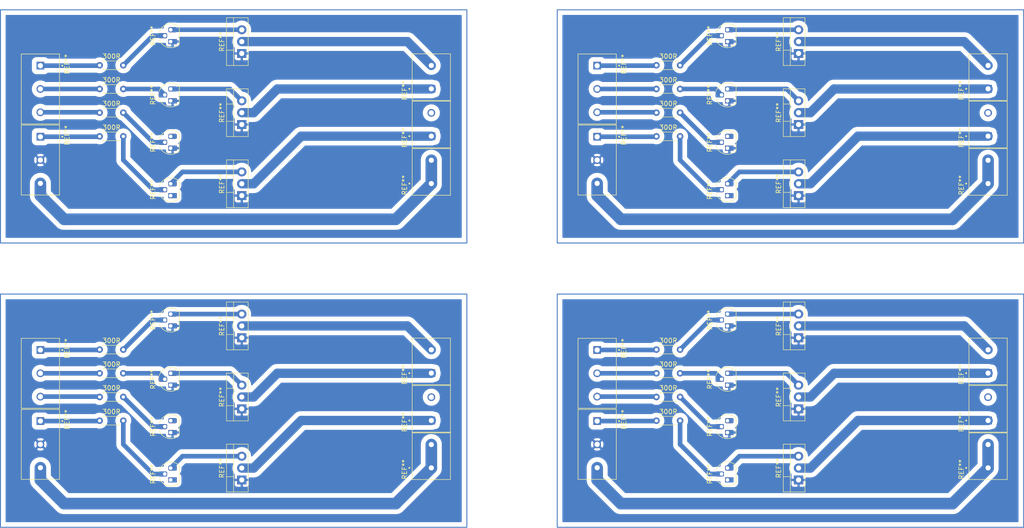
<source format=kicad_pcb>
(kicad_pcb (version 20211014) (generator pcbnew)
  (layers (0 "F.Cu" signal) (31 "B.Cu" signal) (34 "B.Paste" user) (35 "F.Paste" user) (36 "B.SilkS" user "B.Silkscreen") (37 "F.SilkS" user "F.Silkscreen") (38 "B.Mask" user) (39 "F.Mask" user) (44 "Edge.Cuts" user))
  (net 0 "")
  (net 1 "GND")
  (footprint "Package_TO_SOT_THT:TO-220-3_Vertical" (layer "F.Cu") (at 200.66 114.3 90)
    (fp_text reference "REF**" (at 2.54 -4.27 90) (layer "F.SilkS"))
    (fp_text value "TO-220-3_Vertical")
    (pad "1" thru_hole rect (at 0 0 90) (size 1.905 2) (drill 1.1) (layers *.Cu *.Mask) (net 1 "GND"))
    (pad "2" thru_hole oval (at 2.54 0 90) (size 1.905 2) (drill 1.1) (layers *.Cu *.Mask))
    (pad "3" thru_hole oval (at 5.08 0 90) (size 1.905 2) (drill 1.1) (layers *.Cu *.Mask))
  )
  (footprint "Package_TO_SOT_THT:TO-92L_HandSolder" (layer "F.Cu") (at 185.42 68.58 90)
    (fp_text reference "REF**" (at 1.27 -3.8 90) (layer "F.SilkS"))
    (fp_text value "TO-92L_HandSolder")
    (pad "1" thru_hole rect (at 0 0 90) (size 1.1 1.8) (drill 0.75 (offset 0 0.4)) (layers *.Cu *.Mask))
    (pad "2" thru_hole roundrect (at 1.27 -1.27 90) (size 1.1 1.8) (drill 0.75 (offset 0 -0.4)) (layers *.Cu *.Mask))
    (pad "3" thru_hole roundrect (at 2.54 0 90) (size 1.1 1.8) (drill 0.75 (offset 0 0.4)) (layers *.Cu *.Mask))
  )
  (footprint "Package_TO_SOT_THT:TO-92L_HandSolder" (layer "F.Cu") (at 66.04 48.26 90)
    (fp_text reference "REF**" (at 1.27 -3.8 90) (layer "F.SilkS"))
    (fp_text value "TO-92L_HandSolder")
    (pad "1" thru_hole rect (at 0 0 90) (size 1.1 1.8) (drill 0.75 (offset 0 0.4)) (layers *.Cu *.Mask) (net 1 "GND"))
    (pad "2" thru_hole roundrect (at 1.27 -1.27 90) (size 1.1 1.8) (drill 0.75 (offset 0 -0.4)) (layers *.Cu *.Mask))
    (pad "3" thru_hole roundrect (at 2.54 0 90) (size 1.1 1.8) (drill 0.75 (offset 0 0.4)) (layers *.Cu *.Mask))
  )
  (footprint "Package_TO_SOT_THT:TO-220-3_Vertical" (layer "F.Cu") (at 200.66 53.34 90)
    (fp_text reference "REF**" (at 2.54 -4.27 90) (layer "F.SilkS"))
    (fp_text value "TO-220-3_Vertical")
    (pad "1" thru_hole rect (at 0 0 90) (size 1.905 2) (drill 1.1) (layers *.Cu *.Mask) (net 1 "GND"))
    (pad "2" thru_hole oval (at 2.54 0 90) (size 1.905 2) (drill 1.1) (layers *.Cu *.Mask))
    (pad "3" thru_hole oval (at 5.08 0 90) (size 1.905 2) (drill 1.1) (layers *.Cu *.Mask))
  )
  (footprint "1546216-3:TE_1546216-3" (layer "F.Cu") (at 157.48 106.68 -90)
    (fp_text reference "REF**" (at -5.325 -5.735 90) (layer "F.SilkS"))
    (fp_text value "TE_1546216-3")
    (pad "1" thru_hole rect locked (at -5 0 270) (size 1.65 1.65) (drill 1.1) (layers *.Cu *.Mask))
    (pad "2" thru_hole circle locked (at 0 0 270) (size 1.65 1.65) (drill 1.1) (layers *.Cu *.Mask))
    (pad "3" thru_hole circle locked (at 5 0 270) (size 1.65 1.65) (drill 1.1) (layers *.Cu *.Mask))
  )
  (footprint "Resistor_THT:R_Axial_DIN0204_L3.6mm_D1.6mm_P5.08mm_Horizontal" (layer "F.Cu") (at 170.18 55.88)
    (fp_text reference "300R" (at 2.54 -1.92) (layer "F.SilkS"))
    (fp_text value "R_Axial_DIN0204_L3.6mm_D1.6mm_P5.08mm_Horizontal")
    (pad "1" thru_hole circle (at 0 0) (size 1.4 1.4) (drill 0.7) (layers *.Cu *.Mask))
    (pad "2" thru_hole oval (at 5.08 0) (size 1.4 1.4) (drill 0.7) (layers *.Cu *.Mask))
  )
  (footprint "1546216-3:TE_1546216-3" (layer "F.Cu") (at 157.48 60.96 -90)
    (fp_text reference "REF**" (at -5.325 -5.735 90) (layer "F.SilkS"))
    (fp_text value "TE_1546216-3")
    (pad "1" thru_hole rect locked (at -5 0 270) (size 1.65 1.65) (drill 1.1) (layers *.Cu *.Mask))
    (pad "2" thru_hole circle locked (at 0 0 270) (size 1.65 1.65) (drill 1.1) (layers *.Cu *.Mask) (net 1 "GND"))
    (pad "3" thru_hole circle locked (at 5 0 270) (size 1.65 1.65) (drill 1.1) (layers *.Cu *.Mask))
  )
  (footprint "1546216-3:TE_1546216-3" (layer "F.Cu") (at 38.1 106.68 -90)
    (fp_text reference "REF**" (at -5.325 -5.735 90) (layer "F.SilkS"))
    (fp_text value "TE_1546216-3")
    (pad "1" thru_hole rect locked (at -5 0 270) (size 1.65 1.65) (drill 1.1) (layers *.Cu *.Mask))
    (pad "2" thru_hole circle locked (at 0 0 270) (size 1.65 1.65) (drill 1.1) (layers *.Cu *.Mask))
    (pad "3" thru_hole circle locked (at 5 0 270) (size 1.65 1.65) (drill 1.1) (layers *.Cu *.Mask))
  )
  (footprint "Package_TO_SOT_THT:TO-220-3_Vertical" (layer "F.Cu") (at 81.28 129.54 90)
    (fp_text reference "REF**" (at 2.54 -4.27 90) (layer "F.SilkS"))
    (fp_text value "TO-220-3_Vertical")
    (pad "1" thru_hole rect (at 0 0 90) (size 1.905 2) (drill 1.1) (layers *.Cu *.Mask) (net 1 "GND"))
    (pad "2" thru_hole oval (at 2.54 0 90) (size 1.905 2) (drill 1.1) (layers *.Cu *.Mask))
    (pad "3" thru_hole oval (at 5.08 0 90) (size 1.905 2) (drill 1.1) (layers *.Cu *.Mask))
  )
  (footprint "Package_TO_SOT_THT:TO-220-3_Vertical" (layer "F.Cu") (at 200.66 99.06 90)
    (fp_text reference "REF**" (at 2.54 -4.27 90) (layer "F.SilkS"))
    (fp_text value "TO-220-3_Vertical")
    (pad "1" thru_hole rect (at 0 0 90) (size 1.905 2) (drill 1.1) (layers *.Cu *.Mask) (net 1 "GND"))
    (pad "2" thru_hole oval (at 2.54 0 90) (size 1.905 2) (drill 1.1) (layers *.Cu *.Mask))
    (pad "3" thru_hole oval (at 5.08 0 90) (size 1.905 2) (drill 1.1) (layers *.Cu *.Mask))
  )
  (footprint "Package_TO_SOT_THT:TO-92L_HandSolder" (layer "F.Cu") (at 66.04 119.38 90)
    (fp_text reference "REF**" (at 1.27 -3.8 90) (layer "F.SilkS"))
    (fp_text value "TO-92L_HandSolder")
    (pad "1" thru_hole rect (at 0 0 90) (size 1.1 1.8) (drill 0.75 (offset 0 0.4)) (layers *.Cu *.Mask) (net 1 "GND"))
    (pad "2" thru_hole roundrect (at 1.27 -1.27 90) (size 1.1 1.8) (drill 0.75 (offset 0 -0.4)) (layers *.Cu *.Mask))
    (pad "3" thru_hole roundrect (at 2.54 0 90) (size 1.1 1.8) (drill 0.75 (offset 0 0.4)) (layers *.Cu *.Mask))
  )
  (footprint "Resistor_THT:R_Axial_DIN0204_L3.6mm_D1.6mm_P5.08mm_Horizontal" (layer "F.Cu") (at 50.8 45.72)
    (fp_text reference "300R" (at 2.54 -1.92) (layer "F.SilkS"))
    (fp_text value "R_Axial_DIN0204_L3.6mm_D1.6mm_P5.08mm_Horizontal")
    (pad "1" thru_hole circle (at 0 0) (size 1.4 1.4) (drill 0.7) (layers *.Cu *.Mask))
    (pad "2" thru_hole oval (at 5.08 0) (size 1.4 1.4) (drill 0.7) (layers *.Cu *.Mask))
  )
  (footprint "Package_TO_SOT_THT:TO-220-3_Vertical" (layer "F.Cu") (at 81.28 99.06 90)
    (fp_text reference "REF**" (at 2.54 -4.27 90) (layer "F.SilkS"))
    (fp_text value "TO-220-3_Vertical")
    (pad "1" thru_hole rect (at 0 0 90) (size 1.905 2) (drill 1.1) (layers *.Cu *.Mask) (net 1 "GND"))
    (pad "2" thru_hole oval (at 2.54 0 90) (size 1.905 2) (drill 1.1) (layers *.Cu *.Mask))
    (pad "3" thru_hole oval (at 5.08 0 90) (size 1.905 2) (drill 1.1) (layers *.Cu *.Mask))
  )
  (footprint "Package_TO_SOT_THT:TO-220-3_Vertical" (layer "F.Cu") (at 200.66 38.1 90)
    (fp_text reference "REF**" (at 2.54 -4.27 90) (layer "F.SilkS"))
    (fp_text value "TO-220-3_Vertical")
    (pad "1" thru_hole rect (at 0 0 90) (size 1.905 2) (drill 1.1) (layers *.Cu *.Mask) (net 1 "GND"))
    (pad "2" thru_hole oval (at 2.54 0 90) (size 1.905 2) (drill 1.1) (layers *.Cu *.Mask))
    (pad "3" thru_hole oval (at 5.08 0 90) (size 1.905 2) (drill 1.1) (layers *.Cu *.Mask))
  )
  (footprint "Package_TO_SOT_THT:TO-92L_HandSolder" (layer "F.Cu") (at 185.42 35.56 90)
    (fp_text reference "REF**" (at 1.27 -3.8 90) (layer "F.SilkS"))
    (fp_text value "TO-92L_HandSolder")
    (pad "1" thru_hole rect (at 0 0 90) (size 1.1 1.8) (drill 0.75 (offset 0 0.4)) (layers *.Cu *.Mask) (net 1 "GND"))
    (pad "2" thru_hole roundrect (at 1.27 -1.27 90) (size 1.1 1.8) (drill 0.75 (offset 0 -0.4)) (layers *.Cu *.Mask))
    (pad "3" thru_hole roundrect (at 2.54 0 90) (size 1.1 1.8) (drill 0.75 (offset 0 0.4)) (layers *.Cu *.Mask))
  )
  (footprint "1546216-2:TE_1546216-2" (layer "F.Cu") (at 241.3 53.34 90)
    (fp_text reference "REF**" (at -2.825 -5.735 90) (layer "F.SilkS"))
    (fp_text value "TE_1546216-2")
    (pad "1" thru_hole rect (at -2.5 0 90) (size 1.65 1.65) (drill 1.1) (layers *.Cu *.Mask))
    (pad "2" thru_hole circle (at 2.5 0 90) (size 1.65 1.65) (drill 1.1) (layers *.Cu *.Mask))
  )
  (footprint "Package_TO_SOT_THT:TO-92L_HandSolder" (layer "F.Cu") (at 185.42 48.26 90)
    (fp_text reference "REF**" (at 1.27 -3.8 90) (layer "F.SilkS"))
    (fp_text value "TO-92L_HandSolder")
    (pad "1" thru_hole rect (at 0 0 90) (size 1.1 1.8) (drill 0.75 (offset 0 0.4)) (layers *.Cu *.Mask) (net 1 "GND"))
    (pad "2" thru_hole roundrect (at 1.27 -1.27 90) (size 1.1 1.8) (drill 0.75 (offset 0 -0.4)) (layers *.Cu *.Mask))
    (pad "3" thru_hole roundrect (at 2.54 0 90) (size 1.1 1.8) (drill 0.75 (offset 0 0.4)) (layers *.Cu *.Mask))
  )
  (footprint "Package_TO_SOT_THT:TO-92L_HandSolder" (layer "F.Cu") (at 66.04 129.54 90)
    (fp_text reference "REF**" (at 1.27 -3.8 90) (layer "F.SilkS"))
    (fp_text value "TO-92L_HandSolder")
    (pad "1" thru_hole rect (at 0 0 90) (size 1.1 1.8) (drill 0.75 (offset 0 0.4)) (layers *.Cu *.Mask))
    (pad "2" thru_hole roundrect (at 1.27 -1.27 90) (size 1.1 1.8) (drill 0.75 (offset 0 -0.4)) (layers *.Cu *.Mask))
    (pad "3" thru_hole roundrect (at 2.54 0 90) (size 1.1 1.8) (drill 0.75 (offset 0 0.4)) (layers *.Cu *.Mask))
  )
  (footprint "Package_TO_SOT_THT:TO-92L_HandSolder" (layer "F.Cu") (at 185.42 58.42 90)
    (fp_text reference "REF**" (at 1.27 -3.8 90) (layer "F.SilkS"))
    (fp_text value "TO-92L_HandSolder")
    (pad "1" thru_hole rect (at 0 0 90) (size 1.1 1.8) (drill 0.75 (offset 0 0.4)) (layers *.Cu *.Mask) (net 1 "GND"))
    (pad "2" thru_hole roundrect (at 1.27 -1.27 90) (size 1.1 1.8) (drill 0.75 (offset 0 -0.4)) (layers *.Cu *.Mask))
    (pad "3" thru_hole roundrect (at 2.54 0 90) (size 1.1 1.8) (drill 0.75 (offset 0 0.4)) (layers *.Cu *.Mask))
  )
  (footprint "Resistor_THT:R_Axial_DIN0204_L3.6mm_D1.6mm_P5.08mm_Horizontal" (layer "F.Cu") (at 50.8 106.68)
    (fp_text reference "300R" (at 2.54 -1.92) (layer "F.SilkS"))
    (fp_text value "R_Axial_DIN0204_L3.6mm_D1.6mm_P5.08mm_Horizontal")
    (pad "1" thru_hole circle (at 0 0) (size 1.4 1.4) (drill 0.7) (layers *.Cu *.Mask))
    (pad "2" thru_hole oval (at 5.08 0) (size 1.4 1.4) (drill 0.7) (layers *.Cu *.Mask))
  )
  (footprint "1546216-3:TE_1546216-3" (layer "F.Cu") (at 157.48 121.92 -90)
    (fp_text reference "REF**" (at -5.325 -5.735 90) (layer "F.SilkS"))
    (fp_text value "TE_1546216-3")
    (pad "1" thru_hole rect locked (at -5 0 270) (size 1.65 1.65) (drill 1.1) (layers *.Cu *.Mask))
    (pad "2" thru_hole circle locked (at 0 0 270) (size 1.65 1.65) (drill 1.1) (layers *.Cu *.Mask) (net 1 "GND"))
    (pad "3" thru_hole circle locked (at 5 0 270) (size 1.65 1.65) (drill 1.1) (layers *.Cu *.Mask))
  )
  (footprint "Package_TO_SOT_THT:TO-92L_HandSolder" (layer "F.Cu") (at 66.04 68.58 90)
    (fp_text reference "REF**" (at 1.27 -3.8 90) (layer "F.SilkS"))
    (fp_text value "TO-92L_HandSolder")
    (pad "1" thru_hole rect (at 0 0 90) (size 1.1 1.8) (drill 0.75 (offset 0 0.4)) (layers *.Cu *.Mask))
    (pad "2" thru_hole roundrect (at 1.27 -1.27 90) (size 1.1 1.8) (drill 0.75 (offset 0 -0.4)) (layers *.Cu *.Mask))
    (pad "3" thru_hole roundrect (at 2.54 0 90) (size 1.1 1.8) (drill 0.75 (offset 0 0.4)) (layers *.Cu *.Mask))
  )
  (footprint "Resistor_THT:R_Axial_DIN0204_L3.6mm_D1.6mm_P5.08mm_Horizontal" (layer "F.Cu") (at 170.18 50.8)
    (fp_text reference "300R" (at 2.54 -1.92) (layer "F.SilkS"))
    (fp_text value "R_Axial_DIN0204_L3.6mm_D1.6mm_P5.08mm_Horizontal")
    (pad "1" thru_hole circle (at 0 0) (size 1.4 1.4) (drill 0.7) (layers *.Cu *.Mask))
    (pad "2" thru_hole oval (at 5.08 0) (size 1.4 1.4) (drill 0.7) (layers *.Cu *.Mask))
  )
  (footprint "Package_TO_SOT_THT:TO-92L_HandSolder" (layer "F.Cu") (at 66.04 96.52 90)
    (fp_text reference "REF**" (at 1.27 -3.8 90) (layer "F.SilkS"))
    (fp_text value "TO-92L_HandSolder")
    (pad "1" thru_hole rect (at 0 0 90) (size 1.1 1.8) (drill 0.75 (offset 0 0.4)) (layers *.Cu *.Mask) (net 1 "GND"))
    (pad "2" thru_hole roundrect (at 1.27 -1.27 90) (size 1.1 1.8) (drill 0.75 (offset 0 -0.4)) (layers *.Cu *.Mask))
    (pad "3" thru_hole roundrect (at 2.54 0 90) (size 1.1 1.8) (drill 0.75 (offset 0 0.4)) (layers *.Cu *.Mask))
  )
  (footprint "1546216-2:TE_1546216-2" (layer "F.Cu") (at 121.92 53.34 90)
    (fp_text reference "REF**" (at -2.825 -5.735 90) (layer "F.SilkS"))
    (fp_text value "TE_1546216-2")
    (pad "1" thru_hole rect (at -2.5 0 90) (size 1.65 1.65) (drill 1.1) (layers *.Cu *.Mask))
    (pad "2" thru_hole circle (at 2.5 0 90) (size 1.65 1.65) (drill 1.1) (layers *.Cu *.Mask))
  )
  (footprint "1546216-2:TE_1546216-2" (layer "F.Cu") (at 241.3 63.5 90)
    (fp_text reference "REF**" (at -2.825 -5.735 90) (layer "F.SilkS"))
    (fp_text value "TE_1546216-2")
    (pad "1" thru_hole rect (at -2.5 0 90) (size 1.65 1.65) (drill 1.1) (layers *.Cu *.Mask))
    (pad "2" thru_hole circle (at 2.5 0 90) (size 1.65 1.65) (drill 1.1) (layers *.Cu *.Mask))
  )
  (footprint "Resistor_THT:R_Axial_DIN0204_L3.6mm_D1.6mm_P5.08mm_Horizontal" (layer "F.Cu") (at 50.8 111.76)
    (fp_text reference "300R" (at 2.54 -1.92) (layer "F.SilkS"))
    (fp_text value "R_Axial_DIN0204_L3.6mm_D1.6mm_P5.08mm_Horizontal")
    (pad "1" thru_hole circle (at 0 0) (size 1.4 1.4) (drill 0.7) (layers *.Cu *.Mask))
    (pad "2" thru_hole oval (at 5.08 0) (size 1.4 1.4) (drill 0.7) (layers *.Cu *.Mask))
  )
  (footprint "Package_TO_SOT_THT:TO-92L_HandSolder" (layer "F.Cu") (at 66.04 109.22 90)
    (fp_text reference "REF**" (at 1.27 -3.8 90) (layer "F.SilkS"))
    (fp_text value "TO-92L_HandSolder")
    (pad "1" thru_hole rect (at 0 0 90) (size 1.1 1.8) (drill 0.75 (offset 0 0.4)) (layers *.Cu *.Mask) (net 1 "GND"))
    (pad "2" thru_hole roundrect (at 1.27 -1.27 90) (size 1.1 1.8) (drill 0.75 (offset 0 -0.4)) (layers *.Cu *.Mask))
    (pad "3" thru_hole roundrect (at 2.54 0 90) (size 1.1 1.8) (drill 0.75 (offset 0 0.4)) (layers *.Cu *.Mask))
  )
  (footprint "1546216-3:TE_1546216-3" (layer "F.Cu") (at 38.1 45.72 -90)
    (fp_text reference "REF**" (at -5.325 -5.735 90) (layer "F.SilkS"))
    (fp_text value "TE_1546216-3")
    (pad "1" thru_hole rect locked (at -5 0 270) (size 1.65 1.65) (drill 1.1) (layers *.Cu *.Mask))
    (pad "2" thru_hole circle locked (at 0 0 270) (size 1.65 1.65) (drill 1.1) (layers *.Cu *.Mask))
    (pad "3" thru_hole circle locked (at 5 0 270) (size 1.65 1.65) (drill 1.1) (layers *.Cu *.Mask))
  )
  (footprint "Package_TO_SOT_THT:TO-220-3_Vertical" (layer "F.Cu") (at 200.66 68.58 90)
    (fp_text reference "REF**" (at 2.54 -4.27 90) (layer "F.SilkS"))
    (fp_text value "TO-220-3_Vertical")
    (pad "1" thru_hole rect (at 0 0 90) (size 1.905 2) (drill 1.1) (layers *.Cu *.Mask) (net 1 "GND"))
    (pad "2" thru_hole oval (at 2.54 0 90) (size 1.905 2) (drill 1.1) (layers *.Cu *.Mask))
    (pad "3" thru_hole oval (at 5.08 0 90) (size 1.905 2) (drill 1.1) (layers *.Cu *.Mask))
  )
  (footprint "Resistor_THT:R_Axial_DIN0204_L3.6mm_D1.6mm_P5.08mm_Horizontal" (layer "F.Cu") (at 50.8 116.84)
    (fp_text reference "300R" (at 2.54 -1.92) (layer "F.SilkS"))
    (fp_text value "R_Axial_DIN0204_L3.6mm_D1.6mm_P5.08mm_Horizontal")
    (pad "1" thru_hole circle (at 0 0) (size 1.4 1.4) (drill 0.7) (layers *.Cu *.Mask))
    (pad "2" thru_hole oval (at 5.08 0) (size 1.4 1.4) (drill 0.7) (layers *.Cu *.Mask))
  )
  (footprint "1546216-3:TE_1546216-3" (layer "F.Cu") (at 38.1 121.92 -90)
    (fp_text reference "REF**" (at -5.325 -5.735 90) (layer "F.SilkS"))
    (fp_text value "TE_1546216-3")
    (pad "1" thru_hole rect locked (at -5 0 270) (size 1.65 1.65) (drill 1.1) (layers *.Cu *.Mask))
    (pad "2" thru_hole circle locked (at 0 0 270) (size 1.65 1.65) (drill 1.1) (layers *.Cu *.Mask) (net 1 "GND"))
    (pad "3" thru_hole circle locked (at 5 0 270) (size 1.65 1.65) (drill 1.1) (layers *.Cu *.Mask))
  )
  (footprint "Resistor_THT:R_Axial_DIN0204_L3.6mm_D1.6mm_P5.08mm_Horizontal" (layer "F.Cu") (at 170.18 106.68)
    (fp_text reference "300R" (at 2.54 -1.92) (layer "F.SilkS"))
    (fp_text value "R_Axial_DIN0204_L3.6mm_D1.6mm_P5.08mm_Horizontal")
    (pad "1" thru_hole circle (at 0 0) (size 1.4 1.4) (drill 0.7) (layers *.Cu *.Mask))
    (pad "2" thru_hole oval (at 5.08 0) (size 1.4 1.4) (drill 0.7) (layers *.Cu *.Mask))
  )
  (footprint "Package_TO_SOT_THT:TO-92L_HandSolder" (layer "F.Cu") (at 185.42 109.22 90)
    (fp_text reference "REF**" (at 1.27 -3.8 90) (layer "F.SilkS"))
    (fp_text value "TO-92L_HandSolder")
    (pad "1" thru_hole rect (at 0 0 90) (size 1.1 1.8) (drill 0.75 (offset 0 0.4)) (layers *.Cu *.Mask) (net 1 "GND"))
    (pad "2" thru_hole roundrect (at 1.27 -1.27 90) (size 1.1 1.8) (drill 0.75 (offset 0 -0.4)) (layers *.Cu *.Mask))
    (pad "3" thru_hole roundrect (at 2.54 0 90) (size 1.1 1.8) (drill 0.75 (offset 0 0.4)) (layers *.Cu *.Mask))
  )
  (footprint "1546216-2:TE_1546216-2" (layer "F.Cu") (at 121.92 124.46 90)
    (fp_text reference "REF**" (at -2.825 -5.735 90) (layer "F.SilkS"))
    (fp_text value "TE_1546216-2")
    (pad "1" thru_hole rect (at -2.5 0 90) (size 1.65 1.65) (drill 1.1) (layers *.Cu *.Mask))
    (pad "2" thru_hole circle (at 2.5 0 90) (size 1.65 1.65) (drill 1.1) (layers *.Cu *.Mask))
  )
  (footprint "Resistor_THT:R_Axial_DIN0204_L3.6mm_D1.6mm_P5.08mm_Horizontal" (layer "F.Cu") (at 50.8 50.8)
    (fp_text reference "300R" (at 2.54 -1.92) (layer "F.SilkS"))
    (fp_text value "R_Axial_DIN0204_L3.6mm_D1.6mm_P5.08mm_Horizontal")
    (pad "1" thru_hole circle (at 0 0) (size 1.4 1.4) (drill 0.7) (layers *.Cu *.Mask))
    (pad "2" thru_hole oval (at 5.08 0) (size 1.4 1.4) (drill 0.7) (layers *.Cu *.Mask))
  )
  (footprint "Package_TO_SOT_THT:TO-92L_HandSolder" (layer "F.Cu") (at 185.42 129.54 90)
    (fp_text reference "REF**" (at 1.27 -3.8 90) (layer "F.SilkS"))
    (fp_text value "TO-92L_HandSolder")
    (pad "1" thru_hole rect (at 0 0 90) (size 1.1 1.8) (drill 0.75 (offset 0 0.4)) (layers *.Cu *.Mask))
    (pad "2" thru_hole roundrect (at 1.27 -1.27 90) (size 1.1 1.8) (drill 0.75 (offset 0 -0.4)) (layers *.Cu *.Mask))
    (pad "3" thru_hole roundrect (at 2.54 0 90) (size 1.1 1.8) (drill 0.75 (offset 0 0.4)) (layers *.Cu *.Mask))
  )
  (footprint "Resistor_THT:R_Axial_DIN0204_L3.6mm_D1.6mm_P5.08mm_Horizontal" (layer "F.Cu") (at 170.18 40.64)
    (fp_text reference "300R" (at 2.54 -1.92) (layer "F.SilkS"))
    (fp_text value "R_Axial_DIN0204_L3.6mm_D1.6mm_P5.08mm_Horizontal")
    (pad "1" thru_hole circle (at 0 0) (size 1.4 1.4) (drill 0.7) (layers *.Cu *.Mask))
    (pad "2" thru_hole oval (at 5.08 0) (size 1.4 1.4) (drill 0.7) (layers *.Cu *.Mask))
  )
  (footprint "Package_TO_SOT_THT:TO-92L_HandSolder" (layer "F.Cu") (at 66.04 58.42 90)
    (fp_text reference "REF**" (at 1.27 -3.8 90) (layer "F.SilkS"))
    (fp_text value "TO-92L_HandSolder")
    (pad "1" thru_hole rect (at 0 0 90) (size 1.1 1.8) (drill 0.75 (offset 0 0.4)) (layers *.Cu *.Mask) (net 1 "GND"))
    (pad "2" thru_hole roundrect (at 1.27 -1.27 90) (size 1.1 1.8) (drill 0.75 (offset 0 -0.4)) (layers *.Cu *.Mask))
    (pad "3" thru_hole roundrect (at 2.54 0 90) (size 1.1 1.8) (drill 0.75 (offset 0 0.4)) (layers *.Cu *.Mask))
  )
  (footprint "1546216-2:TE_1546216-2" (layer "F.Cu") (at 241.3 104.14 90)
    (fp_text reference "REF**" (at -2.825 -5.735 90) (layer "F.SilkS"))
    (fp_text value "TE_1546216-2")
    (pad "1" thru_hole rect (at -2.5 0 90) (size 1.65 1.65) (drill 1.1) (layers *.Cu *.Mask))
    (pad "2" thru_hole circle (at 2.5 0 90) (size 1.65 1.65) (drill 1.1) (layers *.Cu *.Mask))
  )
  (footprint "Resistor_THT:R_Axial_DIN0204_L3.6mm_D1.6mm_P5.08mm_Horizontal" (layer "F.Cu") (at 50.8 101.6)
    (fp_text reference "300R" (at 2.54 -1.92) (layer "F.SilkS"))
    (fp_text value "R_Axial_DIN0204_L3.6mm_D1.6mm_P5.08mm_Horizontal")
    (pad "1" thru_hole circle (at 0 0) (size 1.4 1.4) (drill 0.7) (layers *.Cu *.Mask))
    (pad "2" thru_hole oval (at 5.08 0) (size 1.4 1.4) (drill 0.7) (layers *.Cu *.Mask))
  )
  (footprint "1546216-2:TE_1546216-2" (layer "F.Cu") (at 121.92 104.14 90)
    (fp_text reference "REF**" (at -2.825 -5.735 90) (layer "F.SilkS"))
    (fp_text value "TE_1546216-2")
    (pad "1" thru_hole rect (at -2.5 0 90) (size 1.65 1.65) (drill 1.1) (layers *.Cu *.Mask))
    (pad "2" thru_hole circle (at 2.5 0 90) (size 1.65 1.65) (drill 1.1) (layers *.Cu *.Mask))
  )
  (footprint "Resistor_THT:R_Axial_DIN0204_L3.6mm_D1.6mm_P5.08mm_Horizontal" (layer "F.Cu") (at 50.8 55.88)
    (fp_text reference "300R" (at 2.54 -1.92) (layer "F.SilkS"))
    (fp_text value "R_Axial_DIN0204_L3.6mm_D1.6mm_P5.08mm_Horizontal")
    (pad "1" thru_hole circle (at 0 0) (size 1.4 1.4) (drill 0.7) (layers *.Cu *.Mask))
    (pad "2" thru_hole oval (at 5.08 0) (size 1.4 1.4) (drill 0.7) (layers *.Cu *.Mask))
  )
  (footprint "Package_TO_SOT_THT:TO-220-3_Vertical" (layer "F.Cu") (at 81.28 38.1 90)
    (fp_text reference "REF**" (at 2.54 -4.27 90) (layer "F.SilkS"))
    (fp_text value "TO-220-3_Vertical")
    (pad "1" thru_hole rect (at 0 0 90) (size 1.905 2) (drill 1.1) (layers *.Cu *.Mask) (net 1 "GND"))
    (pad "2" thru_hole oval (at 2.54 0 90) (size 1.905 2) (drill 1.1) (layers *.Cu *.Mask))
    (pad "3" thru_hole oval (at 5.08 0 90) (size 1.905 2) (drill 1.1) (layers *.Cu *.Mask))
  )
  (footprint "Resistor_THT:R_Axial_DIN0204_L3.6mm_D1.6mm_P5.08mm_Horizontal" (layer "F.Cu") (at 170.18 45.72)
    (fp_text reference "300R" (at 2.54 -1.92) (layer "F.SilkS"))
    (fp_text value "R_Axial_DIN0204_L3.6mm_D1.6mm_P5.08mm_Horizontal")
    (pad "1" thru_hole circle (at 0 0) (size 1.4 1.4) (drill 0.7) (layers *.Cu *.Mask))
    (pad "2" thru_hole oval (at 5.08 0) (size 1.4 1.4) (drill 0.7) (layers *.Cu *.Mask))
  )
  (footprint "1546216-2:TE_1546216-2" (layer "F.Cu") (at 241.3 43.18 90)
    (fp_text reference "REF**" (at -2.825 -5.735 90) (layer "F.SilkS"))
    (fp_text value "TE_1546216-2")
    (pad "1" thru_hole rect (at -2.5 0 90) (size 1.65 1.65) (drill 1.1) (layers *.Cu *.Mask))
    (pad "2" thru_hole circle (at 2.5 0 90) (size 1.65 1.65) (drill 1.1) (layers *.Cu *.Mask))
  )
  (footprint "1546216-2:TE_1546216-2" (layer "F.Cu") (at 121.92 114.3 90)
    (fp_text reference "REF**" (at -2.825 -5.735 90) (layer "F.SilkS"))
    (fp_text value "TE_1546216-2")
    (pad "1" thru_hole rect (at -2.5 0 90) (size 1.65 1.65) (drill 1.1) (layers *.Cu *.Mask))
    (pad "2" thru_hole circle (at 2.5 0 90) (size 1.65 1.65) (drill 1.1) (layers *.Cu *.Mask))
  )
  (footprint "1546216-2:TE_1546216-2" (layer "F.Cu") (at 241.3 124.46 90)
    (fp_text reference "REF**" (at -2.825 -5.735 90) (layer "F.SilkS"))
    (fp_text value "TE_1546216-2")
    (pad "1" thru_hole rect (at -2.5 0 90) (size 1.65 1.65) (drill 1.1) (layers *.Cu *.Mask))
    (pad "2" thru_hole circle (at 2.5 0 90) (size 1.65 1.65) (drill 1.1) (layers *.Cu *.Mask))
  )
  (footprint "Package_TO_SOT_THT:TO-92L_HandSolder" (layer "F.Cu") (at 185.42 119.38 90)
    (fp_text reference "REF**" (at 1.27 -3.8 90) (layer "F.SilkS"))
    (fp_text value "TO-92L_HandSolder")
    (pad "1" thru_hole rect (at 0 0 90) (size 1.1 1.8) (drill 0.75 (offset 0 0.4)) (layers *.Cu *.Mask) (net 1 "GND"))
    (pad "2" thru_hole roundrect (at 1.27 -1.27 90) (size 1.1 1.8) (drill 0.75 (offset 0 -0.4)) (layers *.Cu *.Mask))
    (pad "3" thru_hole roundrect (at 2.54 0 90) (size 1.1 1.8) (drill 0.75 (offset 0 0.4)) (layers *.Cu *.Mask))
  )
  (footprint "1546216-2:TE_1546216-2" (layer "F.Cu") (at 121.92 43.18 90)
    (fp_text reference "REF**" (at -2.825 -5.735 90) (layer "F.SilkS"))
    (fp_text value "TE_1546216-2")
    (pad "1" thru_hole rect (at -2.5 0 90) (size 1.65 1.65) (drill 1.1) (layers *.Cu *.Mask))
    (pad "2" thru_hole circle (at 2.5 0 90) (size 1.65 1.65) (drill 1.1) (layers *.Cu *.Mask))
  )
  (footprint "Resistor_THT:R_Axial_DIN0204_L3.6mm_D1.6mm_P5.08mm_Horizontal" (layer "F.Cu") (at 50.8 40.64)
    (fp_text reference "300R" (at 2.54 -1.92) (layer "F.SilkS"))
    (fp_text value "R_Axial_DIN0204_L3.6mm_D1.6mm_P5.08mm_Horizontal")
    (pad "1" thru_hole circle (at 0 0) (size 1.4 1.4) (drill 0.7) (layers *.Cu *.Mask))
    (pad "2" thru_hole oval (at 5.08 0) (size 1.4 1.4) (drill 0.7) (layers *.Cu *.Mask))
  )
  (footprint "Package_TO_SOT_THT:TO-220-3_Vertical" (layer "F.Cu") (at 81.28 68.58 90)
    (fp_text reference "REF**" (at 2.54 -4.27 90) (layer "F.SilkS"))
    (fp_text value "TO-220-3_Vertical")
    (pad "1" thru_hole rect (at 0 0 90) (size 1.905 2) (drill 1.1) (layers *.Cu *.Mask) (net 1 "GND"))
    (pad "2" thru_hole oval (at 2.54 0 90) (size 1.905 2) (drill 1.1) (layers *.Cu *.Mask))
    (pad "3" thru_hole oval (at 5.08 0 90) (size 1.905 2) (drill 1.1) (layers *.Cu *.Mask))
  )
  (footprint "Package_TO_SOT_THT:TO-92L_HandSolder" (layer "F.Cu") (at 66.04 35.56 90)
    (fp_text reference "REF**" (at 1.27 -3.8 90) (layer "F.SilkS"))
    (fp_text value "TO-92L_HandSolder")
    (pad "1" thru_hole rect (at 0 0 90) (size 1.1 1.8) (drill 0.75 (offset 0 0.4)) (layers *.Cu *.Mask) (net 1 "GND"))
    (pad "2" thru_hole roundrect (at 1.27 -1.27 90) (size 1.1 1.8) (drill 0.75 (offset 0 -0.4)) (layers *.Cu *.Mask))
    (pad "3" thru_hole roundrect (at 2.54 0 90) (size 1.1 1.8) (drill 0.75 (offset 0 0.4)) (layers *.Cu *.Mask))
  )
  (footprint "Package_TO_SOT_THT:TO-220-3_Vertical" (layer "F.Cu") (at 200.66 129.54 90)
    (fp_text reference "REF**" (at 2.54 -4.27 90) (layer "F.SilkS"))
    (fp_text value "TO-220-3_Vertical")
    (pad "1" thru_hole rect (at 0 0 90) (size 1.905 2) (drill 1.1) (layers *.Cu *.Mask) (net 1 "GND"))
    (pad "2" thru_hole oval (at 2.54 0 90) (size 1.905 2) (drill 1.1) (layers *.Cu *.Mask))
    (pad "3" thru_hole oval (at 5.08 0 90) (size 1.905 2) (drill 1.1) (layers *.Cu *.Mask))
  )
  (footprint "1546216-2:TE_1546216-2" (layer "F.Cu") (at 241.3 114.3 90)
    (fp_text reference "REF**" (at -2.825 -5.735 90) (layer "F.SilkS"))
    (fp_text value "TE_1546216-2")
    (pad "1" thru_hole rect (at -2.5 0 90) (size 1.65 1.65) (drill 1.1) (layers *.Cu *.Mask))
    (pad "2" thru_hole circle (at 2.5 0 90) (size 1.65 1.65) (drill 1.1) (layers *.Cu *.Mask))
  )
  (footprint "Resistor_THT:R_Axial_DIN0204_L3.6mm_D1.6mm_P5.08mm_Horizontal" (layer "F.Cu") (at 170.18 101.6)
    (fp_text reference "300R" (at 2.54 -1.92) (layer "F.SilkS"))
    (fp_text value "R_Axial_DIN0204_L3.6mm_D1.6mm_P5.08mm_Horizontal")
    (pad "1" thru_hole circle (at 0 0) (size 1.4 1.4) (drill 0.7) (layers *.Cu *.Mask))
    (pad "2" thru_hole oval (at 5.08 0) (size 1.4 1.4) (drill 0.7) (layers *.Cu *.Mask))
  )
  (footprint "Package_TO_SOT_THT:TO-220-3_Vertical" (layer "F.Cu") (at 81.28 114.3 90)
    (fp_text reference "REF**" (at 2.54 -4.27 90) (layer "F.SilkS"))
    (fp_text value "TO-220-3_Vertical")
    (pad "1" thru_hole rect (at 0 0 90) (size 1.905 2) (drill 1.1) (layers *.Cu *.Mask) (net 1 "GND"))
    (pad "2" thru_hole oval (at 2.54 0 90) (size 1.905 2) (drill 1.1) (layers *.Cu *.Mask))
    (pad "3" thru_hole oval (at 5.08 0 90) (size 1.905 2) (drill 1.1) (layers *.Cu *.Mask))
  )
  (footprint "1546216-3:TE_1546216-3" (layer "F.Cu") (at 157.48 45.72 -90)
    (fp_text reference "REF**" (at -5.325 -5.735 90) (layer "F.SilkS"))
    (fp_text value "TE_1546216-3")
    (pad "1" thru_hole rect locked (at -5 0 270) (size 1.65 1.65) (drill 1.1) (layers *.Cu *.Mask))
    (pad "2" thru_hole circle locked (at 0 0 270) (size 1.65 1.65) (drill 1.1) (layers *.Cu *.Mask))
    (pad "3" thru_hole circle locked (at 5 0 270) (size 1.65 1.65) (drill 1.1) (layers *.Cu *.Mask))
  )
  (footprint "Resistor_THT:R_Axial_DIN0204_L3.6mm_D1.6mm_P5.08mm_Horizontal" (layer "F.Cu") (at 170.18 111.76)
    (fp_text reference "300R" (at 2.54 -1.92) (layer "F.SilkS"))
    (fp_text value "R_Axial_DIN0204_L3.6mm_D1.6mm_P5.08mm_Horizontal")
    (pad "1" thru_hole circle (at 0 0) (size 1.4 1.4) (drill 0.7) (layers *.Cu *.Mask))
    (pad "2" thru_hole oval (at 5.08 0) (size 1.4 1.4) (drill 0.7) (layers *.Cu *.Mask))
  )
  (footprint "1546216-3:TE_1546216-3" (layer "F.Cu") (at 38.1 60.96 -90)
    (fp_text reference "REF**" (at -5.325 -5.735 90) (layer "F.SilkS"))
    (fp_text value "TE_1546216-3")
    (pad "1" thru_hole rect locked (at -5 0 270) (size 1.65 1.65) (drill 1.1) (layers *.Cu *.Mask))
    (pad "2" thru_hole circle locked (at 0 0 270) (size 1.65 1.65) (drill 1.1) (layers *.Cu *.Mask) (net 1 "GND"))
    (pad "3" thru_hole circle locked (at 5 0 270) (size 1.65 1.65) (drill 1.1) (layers *.Cu *.Mask))
  )
  (footprint "1546216-2:TE_1546216-2" (layer "F.Cu") (at 121.92 63.5 90)
    (fp_text reference "REF**" (at -2.825 -5.735 90) (layer "F.SilkS"))
    (fp_text value "TE_1546216-2")
    (pad "1" thru_hole rect (at -2.5 0 90) (size 1.65 1.65) (drill 1.1) (layers *.Cu *.Mask))
    (pad "2" thru_hole circle (at 2.5 0 90) (size 1.65 1.65) (drill 1.1) (layers *.Cu *.Mask))
  )
  (footprint "Package_TO_SOT_THT:TO-92L_HandSolder" (layer "F.Cu") (at 185.42 96.52 90)
    (fp_text reference "REF**" (at 1.27 -3.8 90) (layer "F.SilkS"))
    (fp_text value "TO-92L_HandSolder")
    (pad "1" thru_hole rect (at 0 0 90) (size 1.1 1.8) (drill 0.75 (offset 0 0.4)) (layers *.Cu *.Mask) (net 1 "GND"))
    (pad "2" thru_hole roundrect (at 1.27 -1.27 90) (size 1.1 1.8) (drill 0.75 (offset 0 -0.4)) (layers *.Cu *.Mask))
    (pad "3" thru_hole roundrect (at 2.54 0 90) (size 1.1 1.8) (drill 0.75 (offset 0 0.4)) (layers *.Cu *.Mask))
  )
  (footprint "Package_TO_SOT_THT:TO-220-3_Vertical" (layer "F.Cu") (at 81.28 53.34 90)
    (fp_text reference "REF**" (at 2.54 -4.27 90) (layer "F.SilkS"))
    (fp_text value "TO-220-3_Vertical")
    (pad "1" thru_hole rect (at 0 0 90) (size 1.905 2) (drill 1.1) (layers *.Cu *.Mask) (net 1 "GND"))
    (pad "2" thru_hole oval (at 2.54 0 90) (size 1.905 2) (drill 1.1) (layers *.Cu *.Mask))
    (pad "3" thru_hole oval (at 5.08 0 90) (size 1.905 2) (drill 1.1) (layers *.Cu *.Mask))
  )
  (footprint "Resistor_THT:R_Axial_DIN0204_L3.6mm_D1.6mm_P5.08mm_Horizontal" (layer "F.Cu") (at 170.18 116.84)
    (fp_text reference "300R" (at 2.54 -1.92) (layer "F.SilkS"))
    (fp_text value "R_Axial_DIN0204_L3.6mm_D1.6mm_P5.08mm_Horizontal")
    (pad "1" thru_hole circle (at 0 0) (size 1.4 1.4) (drill 0.7) (layers *.Cu *.Mask))
    (pad "2" thru_hole oval (at 5.08 0) (size 1.4 1.4) (drill 0.7) (layers *.Cu *.Mask))
  )
  (gr_rect (start 29.54 28.74) (end 129.54 78.74) (layer "B.Cu") (width 0.2) (fill none))
  (gr_rect (start 148.92 89.7) (end 248.92 139.7) (layer "B.Cu") (width 0.2) (fill none))
  (gr_rect (start 148.92 28.74) (end 248.92 78.74) (layer "B.Cu") (width 0.2) (fill none))
  (gr_rect (start 29.54 89.7) (end 129.54 139.7) (layer "B.Cu") (width 0.2) (fill none))
  (segment (start 94.02 55.84) (end 121.92 55.84) (width 2) (layer "B.Cu") (net 0))
  (segment (start 236.18 35.56) (end 241.3 40.68) (width 2) (layer "B.Cu") (net 0))
  (segment (start 50.72 101.68) (end 50.8 101.6) (width 0.2) (layer "B.Cu") (net 0))
  (segment (start 38.1 45.72) (end 50.8 45.72) (width 1) (layer "B.Cu") (net 0))
  (segment (start 200.66 66.04) (end 203.2 66.04) (width 2) (layer "B.Cu") (net 0))
  (segment (start 116.8 35.56) (end 121.92 40.68) (width 2) (layer "B.Cu") (net 0))
  (segment (start 55.88 121.92) (end 62.23 128.27) (width 1) (layer "B.Cu") (net 0))
  (segment (start 181.61 57.15) (end 184.15 57.15) (width 1) (layer "B.Cu") (net 0))
  (segment (start 198.12 106.68) (end 200.66 109.22) (width 1) (layer "B.Cu") (net 0))
  (segment (start 170.1 50.72) (end 170.18 50.8) (width 0.2) (layer "B.Cu") (net 0))
  (segment (start 175.26 116.84) (end 175.26 121.92) (width 1) (layer "B.Cu") (net 0))
  (segment (start 55.88 116.84) (end 55.88 121.92) (width 1) (layer "B.Cu") (net 0))
  (segment (start 182.88 106.68) (end 184.15 107.95) (width 1) (layer "B.Cu") (net 0))
  (segment (start 38.1 106.68) (end 50.8 106.68) (width 1) (layer "B.Cu") (net 0))
  (segment (start 157.48 55.96) (end 170.1 55.96) (width 1) (layer "B.Cu") (net 0))
  (segment (start 81.28 35.56) (end 116.8 35.56) (width 2) (layer "B.Cu") (net 0))
  (segment (start 175.26 40.64) (end 181.61 34.29) (width 1) (layer "B.Cu") (net 0))
  (segment (start 181.61 34.29) (end 184.15 34.29) (width 1) (layer "B.Cu") (net 0))
  (segment (start 233.68 134.62) (end 241.3 127) (width 2.5) (layer "B.Cu") (net 0))
  (segment (start 198.12 45.72) (end 200.66 48.26) (width 1) (layer "B.Cu") (net 0))
  (segment (start 38.1 101.68) (end 50.72 101.68) (width 1) (layer "B.Cu") (net 0))
  (segment (start 81.28 96.52) (end 116.8 96.52) (width 2) (layer "B.Cu") (net 0))
  (segment (start 55.88 101.6) (end 62.23 95.25) (width 1) (layer "B.Cu") (net 0))
  (segment (start 200.66 111.76) (end 203.2 111.76) (width 2) (layer "B.Cu") (net 0))
  (segment (start 62.23 128.27) (end 64.77 128.27) (width 1) (layer "B.Cu") (net 0))
  (segment (start 66.04 127) (end 68.58 124.46) (width 1) (layer "B.Cu") (net 0))
  (segment (start 170.1 111.68) (end 170.18 111.76) (width 0.2) (layer "B.Cu") (net 0))
  (segment (start 68.58 63.5) (end 81.28 63.5) (width 1) (layer "B.Cu") (net 0))
  (segment (start 200.66 50.8) (end 203.2 50.8) (width 2) (layer "B.Cu") (net 0))
  (segment (start 83.82 127) (end 94.02 116.8) (width 2) (layer "B.Cu") (net 0))
  (segment (start 62.23 95.25) (end 64.77 95.25) (width 1) (layer "B.Cu") (net 0))
  (segment (start 38.1 55.96) (end 50.72 55.96) (width 1) (layer "B.Cu") (net 0))
  (segment (start 213.4 116.8) (end 241.3 116.8) (width 2) (layer "B.Cu") (net 0))
  (segment (start 203.2 111.76) (end 208.28 106.68) (width 2) (layer "B.Cu") (net 0))
  (segment (start 83.82 50.8) (end 88.9 45.72) (width 2) (layer "B.Cu") (net 0))
  (segment (start 43.18 134.62) (end 114.3 134.62) (width 2.5) (layer "B.Cu") (net 0))
  (segment (start 38.1 50.72) (end 50.72 50.72) (width 1) (layer "B.Cu") (net 0))
  (segment (start 88.9 106.68) (end 121.92 106.68) (width 2) (layer "B.Cu") (net 0))
  (segment (start 157.48 129.54) (end 162.56 134.62) (width 2.5) (layer "B.Cu") (net 0))
  (segment (start 157.48 50.72) (end 170.1 50.72) (width 1) (layer "B.Cu") (net 0))
  (segment (start 55.88 50.8) (end 62.23 57.15) (width 1) (layer "B.Cu") (net 0))
  (segment (start 200.66 35.56) (end 236.18 35.56) (width 2) (layer "B.Cu") (net 0))
  (segment (start 121.92 66.04) (end 121.92 61) (width 2.5) (layer "B.Cu") (net 0))
  (segment (start 187.96 124.46) (end 200.66 124.46) (width 1) (layer "B.Cu") (net 0))
  (segment (start 50.72 55.96) (end 50.8 55.88) (width 0.2) (layer "B.Cu") (net 0))
  (segment (start 157.48 106.68) (end 170.18 106.68) (width 1) (layer "B.Cu") (net 0))
  (segment (start 62.23 67.31) (end 64.77 67.31) (width 1) (layer "B.Cu") (net 0))
  (segment (start 81.28 111.76) (end 83.82 111.76) (width 2) (layer "B.Cu") (net 0))
  (segment (start 66.04 66.04) (end 68.58 63.5) (width 1) (layer "B.Cu") (net 0))
  (segment (start 181.61 95.25) (end 184.15 95.25) (width 1) (layer "B.Cu") (net 0))
  (segment (start 170.1 116.92) (end 170.18 116.84) (width 0.2) (layer "B.Cu") (net 0))
  (segment (start 38.1 129.54) (end 43.18 134.62) (width 2.5) (layer "B.Cu") (net 0))
  (segment (start 94.02 116.8) (end 121.92 116.8) (width 2) (layer "B.Cu") (net 0))
  (segment (start 114.3 134.62) (end 121.92 127) (width 2.5) (layer "B.Cu") (net 0))
  (segment (start 50.72 40.72) (end 50.8 40.64) (width 0.2) (layer "B.Cu") (net 0))
  (segment (start 170.1 55.96) (end 170.18 55.88) (width 0.2) (layer "B.Cu") (net 0))
  (segment (start 78.74 45.72) (end 81.28 48.26) (width 1) (layer "B.Cu") (net 0))
  (segment (start 157.48 68.58) (end 162.56 73.66) (width 2.5) (layer "B.Cu") (net 0))
  (segment (start 175.26 111.76) (end 181.61 118.11) (width 1) (layer "B.Cu") (net 0))
  (segment (start 233.68 73.66) (end 241.3 66.04) (width 2.5) (layer "B.Cu") (net 0))
  (segment (start 38.1 68.58) (end 43.18 73.66) (width 2.5) (layer "B.Cu") (net 0))
  (segment (start 38.1 116.92) (end 50.72 116.92) (width 1) (layer "B.Cu") (net 0))
  (segment (start 38.1 126.92) (end 38.1 129.54) (width 2.5) (layer "B.Cu") (net 0))
  (segment (start 203.2 127) (end 213.4 116.8) (width 2) (layer "B.Cu") (net 0))
  (segment (start 170.1 101.68) (end 170.18 101.6) (width 0.2) (layer "B.Cu") (net 0))
  (segment (start 43.18 73.66) (end 114.3 73.66) (width 2.5) (layer "B.Cu") (net 0))
  (segment (start 213.4 55.84) (end 241.3 55.84) (width 2) (layer "B.Cu") (net 0))
  (segment (start 185.42 93.98) (end 200.66 93.98) (width 1) (layer "B.Cu") (net 0))
  (segment (start 38.1 65.96) (end 38.1 68.58) (width 2.5) (layer "B.Cu") (net 0))
  (segment (start 55.88 45.72) (end 63.5 45.72) (width 1) (layer "B.Cu") (net 0))
  (segment (start 81.28 66.04) (end 83.82 66.04) (width 2) (layer "B.Cu") (net 0))
  (segment (start 55.88 40.64) (end 62.23 34.29) (width 1) (layer "B.Cu") (net 0))
  (segment (start 200.66 96.52) (end 236.18 96.52) (width 2) (layer "B.Cu") (net 0))
  (segment (start 66.04 45.72) (end 78.74 45.72) (width 1) (layer "B.Cu") (net 0))
  (segment (start 181.61 128.27) (end 184.15 128.27) (width 1) (layer "B.Cu") (net 0))
  (segment (start 116.8 96.52) (end 121.92 101.64) (width 2) (layer "B.Cu") (net 0))
  (segment (start 175.26 121.92) (end 181.61 128.27) (width 1) (layer "B.Cu") (net 0))
  (segment (start 121.92 127) (end 121.92 121.96) (width 2.5) (layer "B.Cu") (net 0))
  (segment (start 185.42 33.02) (end 200.66 33.02) (width 1) (layer "B.Cu") (net 0))
  (segment (start 175.26 45.72) (end 182.88 45.72) (width 1) (layer "B.Cu") (net 0))
  (segment (start 50.72 116.92) (end 50.8 116.84) (width 0.2) (layer "B.Cu") (net 0))
  (segment (start 175.26 55.88) (end 175.26 60.96) (width 1) (layer "B.Cu") (net 0))
  (segment (start 175.26 50.8) (end 181.61 57.15) (width 1) (layer "B.Cu") (net 0))
  (segment (start 50.72 111.68) (end 50.8 111.76) (width 0.2) (layer "B.Cu") (net 0))
  (segment (start 185.42 45.72) (end 198.12 45.72) (width 1) (layer "B.Cu") (net 0))
  (segment (start 83.82 111.76) (end 88.9 106.68) (width 2) (layer "B.Cu") (net 0))
  (segment (start 38.1 40.72) (end 50.72 40.72) (width 1) (layer "B.Cu") (net 0))
  (segment (start 241.3 127) (end 241.3 121.96) (width 2.5) (layer "B.Cu") (net 0))
  (segment (start 157.48 111.68) (end 170.1 111.68) (width 1) (layer "B.Cu") (net 0))
  (segment (start 181.61 67.31) (end 184.15 67.31) (width 1) (layer "B.Cu") (net 0))
  (segment (start 78.74 106.68) (end 81.28 109.22) (width 1) (layer "B.Cu") (net 0))
  (segment (start 62.23 118.11) (end 64.77 118.11) (width 1) (layer "B.Cu") (net 0))
  (segment (start 50.72 50.72) (end 50.8 50.8) (width 0.2) (layer "B.Cu") (net 0))
  (segment (start 62.23 57.15) (end 64.77 57.15) (width 1) (layer "B.Cu") (net 0))
  (segment (start 55.88 60.96) (end 62.23 67.31) (width 1) (layer "B.Cu") (net 0))
  (segment (start 185.42 66.04) (end 187.96 63.5) (width 1) (layer "B.Cu") (net 0))
  (segment (start 175.26 106.68) (end 182.88 106.68) (width 1) (layer "B.Cu") (net 0))
  (segment (start 55.88 111.76) (end 62.23 118.11) (width 1) (layer "B.Cu") (net 0))
  (segment (start 185.42 106.68) (end 198.12 106.68) (width 1) (layer "B.Cu") (net 0))
  (segment (start 241.3 66.04) (end 241.3 61) (width 2.5) (layer "B.Cu") (net 0))
  (segment (start 203.2 50.8) (end 208.28 45.72) (width 2) (layer "B.Cu") (net 0))
  (segment (start 208.28 45.72) (end 241.3 45.72) (width 2) (layer "B.Cu") (net 0))
  (segment (start 63.5 45.72) (end 64.77 46.99) (width 1) (layer "B.Cu") (net 0))
  (segment (start 187.96 63.5) (end 200.66 63.5) (width 1) (layer "B.Cu") (net 0))
  (segment (start 38.1 111.68) (end 50.72 111.68) (width 1) (layer "B.Cu") (net 0))
  (segment (start 162.56 73.66) (end 233.68 73.66) (width 2.5) (layer "B.Cu") (net 0))
  (segment (start 62.23 34.29) (end 64.77 34.29) (width 1) (layer "B.Cu") (net 0))
  (segment (start 157.48 40.72) (end 170.1 40.72) (width 1) (layer "B.Cu") (net 0))
  (segment (start 162.56 134.62) (end 233.68 134.62) (width 2.5) (layer "B.Cu") (net 0))
  (segment (start 157.48 101.68) (end 170.1 101.68) (width 1) (layer "B.Cu") (net 0))
  (segment (start 157.48 126.92) (end 157.48 129.54) (width 2.5) (layer "B.Cu") (net 0))
  (segment (start 81.28 50.8) (end 83.82 50.8) (width 2) (layer "B.Cu") (net 0))
  (segment (start 170.1 40.72) (end 170.18 40.64) (width 0.2) (layer "B.Cu") (net 0))
  (segment (start 185.42 127) (end 187.96 124.46) (width 1) (layer "B.Cu") (net 0))
  (segment (start 175.26 60.96) (end 181.61 67.31) (width 1) (layer "B.Cu") (net 0))
  (segment (start 236.18 96.52) (end 241.3 101.64) (width 2) (layer "B.Cu") (net 0))
  (segment (start 66.04 106.68) (end 78.74 106.68) (width 1) (layer "B.Cu") (net 0))
  (segment (start 203.2 66.04) (end 213.4 55.84) (width 2) (layer "B.Cu") (net 0))
  (segment (start 182.88 45.72) (end 184.15 46.99) (width 1) (layer "B.Cu") (net 0))
  (segment (start 175.26 101.6) (end 181.61 95.25) (width 1) (layer "B.Cu") (net 0))
  (segment (start 157.48 116.92) (end 170.1 116.92) (width 1) (layer "B.Cu") (net 0))
  (segment (start 66.04 93.98) (end 81.28 93.98) (width 1) (layer "B.Cu") (net 0))
  (segment (start 114.3 73.66) (end 121.92 66.04) (width 2.5) (layer "B.Cu") (net 0))
  (segment (start 88.9 45.72) (end 121.92 45.72) (width 2) (layer "B.Cu") (net 0))
  (segment (start 83.82 66.04) (end 94.02 55.84) (width 2) (layer "B.Cu") (net 0))
  (segment (start 55.88 55.88) (end 55.88 60.96) (width 1) (layer "B.Cu") (net 0))
  (segment (start 81.28 127) (end 83.82 127) (width 2) (layer "B.Cu") (net 0))
  (segment (start 157.48 45.72) (end 170.18 45.72) (width 1) (layer "B.Cu") (net 0))
  (segment (start 157.48 65.96) (end 157.48 68.58) (width 2.5) (layer "B.Cu") (net 0))
  (segment (start 200.66 127) (end 203.2 127) (width 2) (layer "B.Cu") (net 0))
  (segment (start 68.58 124.46) (end 81.28 124.46) (width 1) (layer "B.Cu") (net 0))
  (segment (start 55.88 106.68) (end 63.5 106.68) (width 1) (layer "B.Cu") (net 0))
  (segment (start 181.61 118.11) (end 184.15 118.11) (width 1) (layer "B.Cu") (net 0))
  (segment (start 66.04 33.02) (end 81.28 33.02) (width 1) (layer "B.Cu") (net 0))
  (segment (start 63.5 106.68) (end 64.77 107.95) (width 1) (layer "B.Cu") (net 0))
  (segment (start 208.28 106.68) (end 241.3 106.68) (width 2) (layer "B.Cu") (net 0))
  (zone (net 1) (net_name "GND") (layer "B.Cu") (connect_pads (clearance 1)) (min_thickness 0.254) (fill yes (thermal_gap 0.508) (thermal_bridge_width 0.508))
    (polygon (pts (xy 248.92 78.74) (xy 148.92 78.74) (xy 148.92 28.74) (xy 248.92 28.74)))
  )
  (zone (net 1) (net_name "GND") (layer "B.Cu") (connect_pads (clearance 1)) (min_thickness 0.254) (fill yes (thermal_gap 0.508) (thermal_bridge_width 0.508))
    (polygon (pts (xy 129.54 78.74) (xy 29.54 78.74) (xy 29.54 28.74) (xy 129.54 28.74)))
  )
  (zone (net 1) (net_name "GND") (layer "B.Cu") (connect_pads (clearance 1)) (min_thickness 0.254) (fill yes (thermal_gap 0.508) (thermal_bridge_width 0.508))
    (polygon (pts (xy 248.92 139.7) (xy 148.92 139.7) (xy 148.92 89.7) (xy 248.92 89.7)))
  )
  (zone (net 1) (net_name "GND") (layer "B.Cu") (connect_pads (clearance 1)) (min_thickness 0.254) (fill yes (thermal_gap 0.508) (thermal_bridge_width 0.508))
    (polygon (pts (xy 129.54 139.7) (xy 29.54 139.7) (xy 29.54 89.7) (xy 129.54 89.7)))
  )
)
</source>
